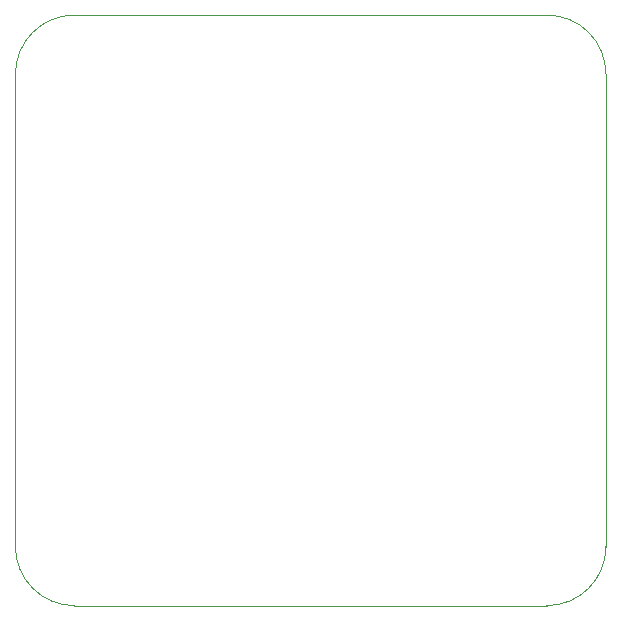
<source format=gm1>
%TF.GenerationSoftware,KiCad,Pcbnew,(5.1.6-0-10_14)*%
%TF.CreationDate,2020-09-29T23:50:48-07:00*%
%TF.ProjectId,BetsyBoardBig,42657473-7942-46f6-9172-644269672e6b,rev?*%
%TF.SameCoordinates,Original*%
%TF.FileFunction,Profile,NP*%
%FSLAX46Y46*%
G04 Gerber Fmt 4.6, Leading zero omitted, Abs format (unit mm)*
G04 Created by KiCad (PCBNEW (5.1.6-0-10_14)) date 2020-09-29 23:50:48*
%MOMM*%
%LPD*%
G01*
G04 APERTURE LIST*
%TA.AperFunction,Profile*%
%ADD10C,0.100000*%
%TD*%
G04 APERTURE END LIST*
D10*
X145000000Y-55000000D02*
X145000000Y-95000000D01*
X145000000Y-95000000D02*
G75*
G02*
X140000000Y-100000000I-5000000J0D01*
G01*
X100000000Y-100000000D02*
G75*
G02*
X95000000Y-95000000I0J5000000D01*
G01*
X95000000Y-55000000D02*
G75*
G02*
X100000000Y-50000000I5000000J0D01*
G01*
X140000000Y-50000000D02*
G75*
G02*
X145000000Y-55000000I0J-5000000D01*
G01*
X100000000Y-50000000D02*
X140000000Y-50000000D01*
X95000000Y-95000000D02*
X95000000Y-55000000D01*
X140000000Y-100000000D02*
X100000000Y-100000000D01*
M02*

</source>
